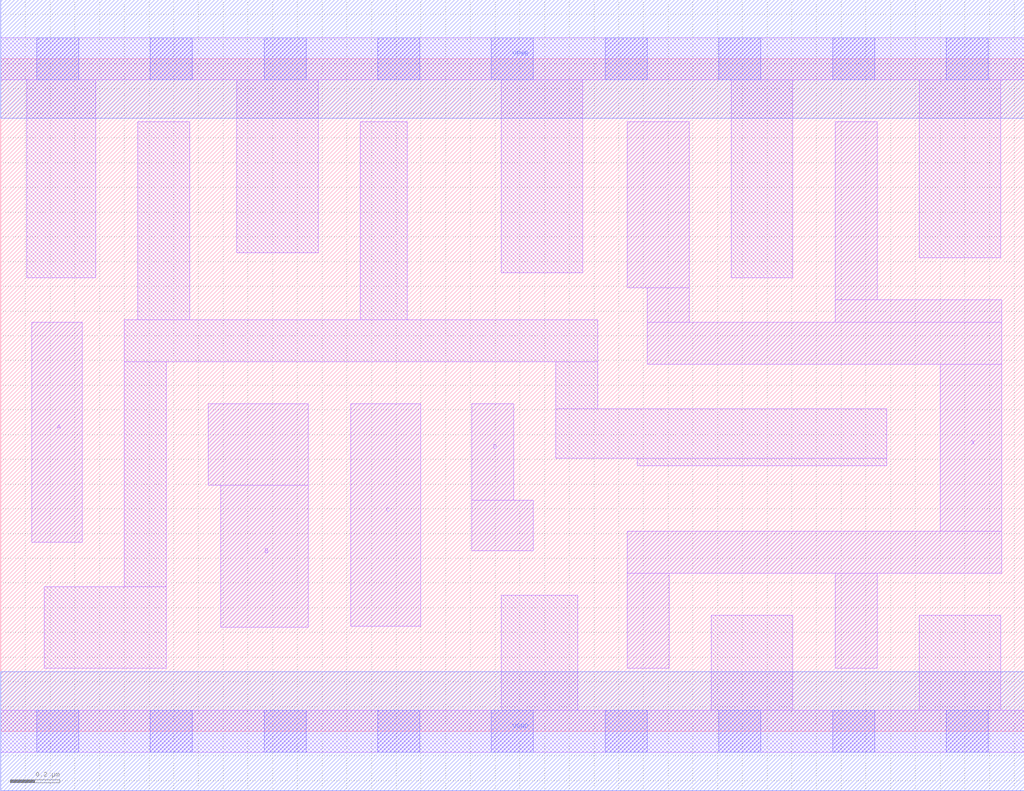
<source format=lef>
# Copyright 2020 The SkyWater PDK Authors
#
# Licensed under the Apache License, Version 2.0 (the "License");
# you may not use this file except in compliance with the License.
# You may obtain a copy of the License at
#
#     https://www.apache.org/licenses/LICENSE-2.0
#
# Unless required by applicable law or agreed to in writing, software
# distributed under the License is distributed on an "AS IS" BASIS,
# WITHOUT WARRANTIES OR CONDITIONS OF ANY KIND, either express or implied.
# See the License for the specific language governing permissions and
# limitations under the License.
#
# SPDX-License-Identifier: Apache-2.0

VERSION 5.7 ;
  NOWIREEXTENSIONATPIN ON ;
  DIVIDERCHAR "/" ;
  BUSBITCHARS "[]" ;
UNITS
  DATABASE MICRONS 200 ;
END UNITS
MACRO sky130_fd_sc_hd__and4_4
  CLASS CORE ;
  FOREIGN sky130_fd_sc_hd__and4_4 ;
  ORIGIN  0.000000  0.000000 ;
  SIZE  4.140000 BY  2.720000 ;
  SYMMETRY X Y R90 ;
  SITE unithd ;
  PIN A
    ANTENNAGATEAREA  0.247500 ;
    DIRECTION INPUT ;
    USE SIGNAL ;
    PORT
      LAYER li1 ;
        RECT 0.125000 0.765000 0.330000 1.655000 ;
    END
  END A
  PIN B
    ANTENNAGATEAREA  0.247500 ;
    DIRECTION INPUT ;
    USE SIGNAL ;
    PORT
      LAYER li1 ;
        RECT 0.840000 0.995000 1.245000 1.325000 ;
        RECT 0.890000 0.420000 1.245000 0.995000 ;
    END
  END B
  PIN C
    ANTENNAGATEAREA  0.247500 ;
    DIRECTION INPUT ;
    USE SIGNAL ;
    PORT
      LAYER li1 ;
        RECT 1.415000 0.425000 1.700000 1.325000 ;
    END
  END C
  PIN D
    ANTENNAGATEAREA  0.247500 ;
    DIRECTION INPUT ;
    USE SIGNAL ;
    PORT
      LAYER li1 ;
        RECT 1.905000 0.730000 2.155000 0.935000 ;
        RECT 1.905000 0.935000 2.075000 1.325000 ;
    END
  END D
  PIN X
    ANTENNADIFFAREA  0.891000 ;
    DIRECTION OUTPUT ;
    USE SIGNAL ;
    PORT
      LAYER li1 ;
        RECT 2.535000 0.255000 2.705000 0.640000 ;
        RECT 2.535000 0.640000 4.050000 0.810000 ;
        RECT 2.535000 1.795000 2.785000 2.465000 ;
        RECT 2.615000 1.485000 4.050000 1.655000 ;
        RECT 2.615000 1.655000 2.785000 1.795000 ;
        RECT 3.375000 0.255000 3.545000 0.640000 ;
        RECT 3.375000 1.655000 4.050000 1.745000 ;
        RECT 3.375000 1.745000 3.545000 2.465000 ;
        RECT 3.800000 0.810000 4.050000 1.485000 ;
    END
  END X
  PIN VGND
    DIRECTION INOUT ;
    SHAPE ABUTMENT ;
    USE GROUND ;
    PORT
      LAYER met1 ;
        RECT 0.000000 -0.240000 4.140000 0.240000 ;
    END
  END VGND
  PIN VPWR
    DIRECTION INOUT ;
    SHAPE ABUTMENT ;
    USE POWER ;
    PORT
      LAYER met1 ;
        RECT 0.000000 2.480000 4.140000 2.960000 ;
    END
  END VPWR
  OBS
    LAYER li1 ;
      RECT 0.000000 -0.085000 4.140000 0.085000 ;
      RECT 0.000000  2.635000 4.140000 2.805000 ;
      RECT 0.105000  1.835000 0.385000 2.635000 ;
      RECT 0.175000  0.255000 0.670000 0.585000 ;
      RECT 0.500000  0.585000 0.670000 1.495000 ;
      RECT 0.500000  1.495000 2.415000 1.665000 ;
      RECT 0.555000  1.665000 0.765000 2.465000 ;
      RECT 0.955000  1.935000 1.285000 2.635000 ;
      RECT 1.455000  1.665000 1.645000 2.465000 ;
      RECT 2.025000  0.085000 2.335000 0.550000 ;
      RECT 2.025000  1.855000 2.355000 2.635000 ;
      RECT 2.245000  1.105000 3.585000 1.305000 ;
      RECT 2.245000  1.305000 2.415000 1.495000 ;
      RECT 2.575000  1.075000 3.585000 1.105000 ;
      RECT 2.875000  0.085000 3.205000 0.470000 ;
      RECT 2.955000  1.835000 3.205000 2.635000 ;
      RECT 3.715000  0.085000 4.045000 0.470000 ;
      RECT 3.715000  1.915000 4.045000 2.635000 ;
    LAYER mcon ;
      RECT 0.145000 -0.085000 0.315000 0.085000 ;
      RECT 0.145000  2.635000 0.315000 2.805000 ;
      RECT 0.605000 -0.085000 0.775000 0.085000 ;
      RECT 0.605000  2.635000 0.775000 2.805000 ;
      RECT 1.065000 -0.085000 1.235000 0.085000 ;
      RECT 1.065000  2.635000 1.235000 2.805000 ;
      RECT 1.525000 -0.085000 1.695000 0.085000 ;
      RECT 1.525000  2.635000 1.695000 2.805000 ;
      RECT 1.985000 -0.085000 2.155000 0.085000 ;
      RECT 1.985000  2.635000 2.155000 2.805000 ;
      RECT 2.445000 -0.085000 2.615000 0.085000 ;
      RECT 2.445000  2.635000 2.615000 2.805000 ;
      RECT 2.905000 -0.085000 3.075000 0.085000 ;
      RECT 2.905000  2.635000 3.075000 2.805000 ;
      RECT 3.365000 -0.085000 3.535000 0.085000 ;
      RECT 3.365000  2.635000 3.535000 2.805000 ;
      RECT 3.825000 -0.085000 3.995000 0.085000 ;
      RECT 3.825000  2.635000 3.995000 2.805000 ;
  END
END sky130_fd_sc_hd__and4_4
END LIBRARY

</source>
